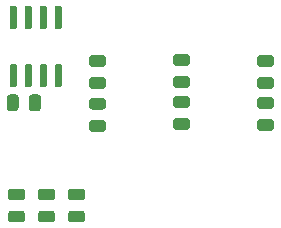
<source format=gbp>
G04 #@! TF.GenerationSoftware,KiCad,Pcbnew,5.1.5+dfsg1-2build2*
G04 #@! TF.CreationDate,2020-05-27T11:23:31-04:00*
G04 #@! TF.ProjectId,pidroponic_uHAT,70696472-6f70-46f6-9e69-635f75484154,1.0*
G04 #@! TF.SameCoordinates,Original*
G04 #@! TF.FileFunction,Paste,Bot*
G04 #@! TF.FilePolarity,Positive*
%FSLAX46Y46*%
G04 Gerber Fmt 4.6, Leading zero omitted, Abs format (unit mm)*
G04 Created by KiCad (PCBNEW 5.1.5+dfsg1-2build2) date 2020-05-27 11:23:31*
%MOMM*%
%LPD*%
G04 APERTURE LIST*
%ADD10C,0.050000*%
G04 APERTURE END LIST*
D10*
G36*
X145642142Y-115466174D02*
G01*
X145665803Y-115469684D01*
X145689007Y-115475496D01*
X145711529Y-115483554D01*
X145733153Y-115493782D01*
X145753670Y-115506079D01*
X145772883Y-115520329D01*
X145790607Y-115536393D01*
X145806671Y-115554117D01*
X145820921Y-115573330D01*
X145833218Y-115593847D01*
X145843446Y-115615471D01*
X145851504Y-115637993D01*
X145857316Y-115661197D01*
X145860826Y-115684858D01*
X145862000Y-115708750D01*
X145862000Y-116196250D01*
X145860826Y-116220142D01*
X145857316Y-116243803D01*
X145851504Y-116267007D01*
X145843446Y-116289529D01*
X145833218Y-116311153D01*
X145820921Y-116331670D01*
X145806671Y-116350883D01*
X145790607Y-116368607D01*
X145772883Y-116384671D01*
X145753670Y-116398921D01*
X145733153Y-116411218D01*
X145711529Y-116421446D01*
X145689007Y-116429504D01*
X145665803Y-116435316D01*
X145642142Y-116438826D01*
X145618250Y-116440000D01*
X144705750Y-116440000D01*
X144681858Y-116438826D01*
X144658197Y-116435316D01*
X144634993Y-116429504D01*
X144612471Y-116421446D01*
X144590847Y-116411218D01*
X144570330Y-116398921D01*
X144551117Y-116384671D01*
X144533393Y-116368607D01*
X144517329Y-116350883D01*
X144503079Y-116331670D01*
X144490782Y-116311153D01*
X144480554Y-116289529D01*
X144472496Y-116267007D01*
X144466684Y-116243803D01*
X144463174Y-116220142D01*
X144462000Y-116196250D01*
X144462000Y-115708750D01*
X144463174Y-115684858D01*
X144466684Y-115661197D01*
X144472496Y-115637993D01*
X144480554Y-115615471D01*
X144490782Y-115593847D01*
X144503079Y-115573330D01*
X144517329Y-115554117D01*
X144533393Y-115536393D01*
X144551117Y-115520329D01*
X144570330Y-115506079D01*
X144590847Y-115493782D01*
X144612471Y-115483554D01*
X144634993Y-115475496D01*
X144658197Y-115469684D01*
X144681858Y-115466174D01*
X144705750Y-115465000D01*
X145618250Y-115465000D01*
X145642142Y-115466174D01*
G37*
G36*
X145642142Y-113591174D02*
G01*
X145665803Y-113594684D01*
X145689007Y-113600496D01*
X145711529Y-113608554D01*
X145733153Y-113618782D01*
X145753670Y-113631079D01*
X145772883Y-113645329D01*
X145790607Y-113661393D01*
X145806671Y-113679117D01*
X145820921Y-113698330D01*
X145833218Y-113718847D01*
X145843446Y-113740471D01*
X145851504Y-113762993D01*
X145857316Y-113786197D01*
X145860826Y-113809858D01*
X145862000Y-113833750D01*
X145862000Y-114321250D01*
X145860826Y-114345142D01*
X145857316Y-114368803D01*
X145851504Y-114392007D01*
X145843446Y-114414529D01*
X145833218Y-114436153D01*
X145820921Y-114456670D01*
X145806671Y-114475883D01*
X145790607Y-114493607D01*
X145772883Y-114509671D01*
X145753670Y-114523921D01*
X145733153Y-114536218D01*
X145711529Y-114546446D01*
X145689007Y-114554504D01*
X145665803Y-114560316D01*
X145642142Y-114563826D01*
X145618250Y-114565000D01*
X144705750Y-114565000D01*
X144681858Y-114563826D01*
X144658197Y-114560316D01*
X144634993Y-114554504D01*
X144612471Y-114546446D01*
X144590847Y-114536218D01*
X144570330Y-114523921D01*
X144551117Y-114509671D01*
X144533393Y-114493607D01*
X144517329Y-114475883D01*
X144503079Y-114456670D01*
X144490782Y-114436153D01*
X144480554Y-114414529D01*
X144472496Y-114392007D01*
X144466684Y-114368803D01*
X144463174Y-114345142D01*
X144462000Y-114321250D01*
X144462000Y-113833750D01*
X144463174Y-113809858D01*
X144466684Y-113786197D01*
X144472496Y-113762993D01*
X144480554Y-113740471D01*
X144490782Y-113718847D01*
X144503079Y-113698330D01*
X144517329Y-113679117D01*
X144533393Y-113661393D01*
X144551117Y-113645329D01*
X144570330Y-113631079D01*
X144590847Y-113618782D01*
X144612471Y-113608554D01*
X144634993Y-113600496D01*
X144658197Y-113594684D01*
X144681858Y-113591174D01*
X144705750Y-113590000D01*
X145618250Y-113590000D01*
X145642142Y-113591174D01*
G37*
G36*
X150722142Y-115466174D02*
G01*
X150745803Y-115469684D01*
X150769007Y-115475496D01*
X150791529Y-115483554D01*
X150813153Y-115493782D01*
X150833670Y-115506079D01*
X150852883Y-115520329D01*
X150870607Y-115536393D01*
X150886671Y-115554117D01*
X150900921Y-115573330D01*
X150913218Y-115593847D01*
X150923446Y-115615471D01*
X150931504Y-115637993D01*
X150937316Y-115661197D01*
X150940826Y-115684858D01*
X150942000Y-115708750D01*
X150942000Y-116196250D01*
X150940826Y-116220142D01*
X150937316Y-116243803D01*
X150931504Y-116267007D01*
X150923446Y-116289529D01*
X150913218Y-116311153D01*
X150900921Y-116331670D01*
X150886671Y-116350883D01*
X150870607Y-116368607D01*
X150852883Y-116384671D01*
X150833670Y-116398921D01*
X150813153Y-116411218D01*
X150791529Y-116421446D01*
X150769007Y-116429504D01*
X150745803Y-116435316D01*
X150722142Y-116438826D01*
X150698250Y-116440000D01*
X149785750Y-116440000D01*
X149761858Y-116438826D01*
X149738197Y-116435316D01*
X149714993Y-116429504D01*
X149692471Y-116421446D01*
X149670847Y-116411218D01*
X149650330Y-116398921D01*
X149631117Y-116384671D01*
X149613393Y-116368607D01*
X149597329Y-116350883D01*
X149583079Y-116331670D01*
X149570782Y-116311153D01*
X149560554Y-116289529D01*
X149552496Y-116267007D01*
X149546684Y-116243803D01*
X149543174Y-116220142D01*
X149542000Y-116196250D01*
X149542000Y-115708750D01*
X149543174Y-115684858D01*
X149546684Y-115661197D01*
X149552496Y-115637993D01*
X149560554Y-115615471D01*
X149570782Y-115593847D01*
X149583079Y-115573330D01*
X149597329Y-115554117D01*
X149613393Y-115536393D01*
X149631117Y-115520329D01*
X149650330Y-115506079D01*
X149670847Y-115493782D01*
X149692471Y-115483554D01*
X149714993Y-115475496D01*
X149738197Y-115469684D01*
X149761858Y-115466174D01*
X149785750Y-115465000D01*
X150698250Y-115465000D01*
X150722142Y-115466174D01*
G37*
G36*
X150722142Y-113591174D02*
G01*
X150745803Y-113594684D01*
X150769007Y-113600496D01*
X150791529Y-113608554D01*
X150813153Y-113618782D01*
X150833670Y-113631079D01*
X150852883Y-113645329D01*
X150870607Y-113661393D01*
X150886671Y-113679117D01*
X150900921Y-113698330D01*
X150913218Y-113718847D01*
X150923446Y-113740471D01*
X150931504Y-113762993D01*
X150937316Y-113786197D01*
X150940826Y-113809858D01*
X150942000Y-113833750D01*
X150942000Y-114321250D01*
X150940826Y-114345142D01*
X150937316Y-114368803D01*
X150931504Y-114392007D01*
X150923446Y-114414529D01*
X150913218Y-114436153D01*
X150900921Y-114456670D01*
X150886671Y-114475883D01*
X150870607Y-114493607D01*
X150852883Y-114509671D01*
X150833670Y-114523921D01*
X150813153Y-114536218D01*
X150791529Y-114546446D01*
X150769007Y-114554504D01*
X150745803Y-114560316D01*
X150722142Y-114563826D01*
X150698250Y-114565000D01*
X149785750Y-114565000D01*
X149761858Y-114563826D01*
X149738197Y-114560316D01*
X149714993Y-114554504D01*
X149692471Y-114546446D01*
X149670847Y-114536218D01*
X149650330Y-114523921D01*
X149631117Y-114509671D01*
X149613393Y-114493607D01*
X149597329Y-114475883D01*
X149583079Y-114456670D01*
X149570782Y-114436153D01*
X149560554Y-114414529D01*
X149552496Y-114392007D01*
X149546684Y-114368803D01*
X149543174Y-114345142D01*
X149542000Y-114321250D01*
X149542000Y-113833750D01*
X149543174Y-113809858D01*
X149546684Y-113786197D01*
X149552496Y-113762993D01*
X149560554Y-113740471D01*
X149570782Y-113718847D01*
X149583079Y-113698330D01*
X149597329Y-113679117D01*
X149613393Y-113661393D01*
X149631117Y-113645329D01*
X149650330Y-113631079D01*
X149670847Y-113618782D01*
X149692471Y-113608554D01*
X149714993Y-113600496D01*
X149738197Y-113594684D01*
X149761858Y-113591174D01*
X149785750Y-113590000D01*
X150698250Y-113590000D01*
X150722142Y-113591174D01*
G37*
G36*
X148182142Y-115466174D02*
G01*
X148205803Y-115469684D01*
X148229007Y-115475496D01*
X148251529Y-115483554D01*
X148273153Y-115493782D01*
X148293670Y-115506079D01*
X148312883Y-115520329D01*
X148330607Y-115536393D01*
X148346671Y-115554117D01*
X148360921Y-115573330D01*
X148373218Y-115593847D01*
X148383446Y-115615471D01*
X148391504Y-115637993D01*
X148397316Y-115661197D01*
X148400826Y-115684858D01*
X148402000Y-115708750D01*
X148402000Y-116196250D01*
X148400826Y-116220142D01*
X148397316Y-116243803D01*
X148391504Y-116267007D01*
X148383446Y-116289529D01*
X148373218Y-116311153D01*
X148360921Y-116331670D01*
X148346671Y-116350883D01*
X148330607Y-116368607D01*
X148312883Y-116384671D01*
X148293670Y-116398921D01*
X148273153Y-116411218D01*
X148251529Y-116421446D01*
X148229007Y-116429504D01*
X148205803Y-116435316D01*
X148182142Y-116438826D01*
X148158250Y-116440000D01*
X147245750Y-116440000D01*
X147221858Y-116438826D01*
X147198197Y-116435316D01*
X147174993Y-116429504D01*
X147152471Y-116421446D01*
X147130847Y-116411218D01*
X147110330Y-116398921D01*
X147091117Y-116384671D01*
X147073393Y-116368607D01*
X147057329Y-116350883D01*
X147043079Y-116331670D01*
X147030782Y-116311153D01*
X147020554Y-116289529D01*
X147012496Y-116267007D01*
X147006684Y-116243803D01*
X147003174Y-116220142D01*
X147002000Y-116196250D01*
X147002000Y-115708750D01*
X147003174Y-115684858D01*
X147006684Y-115661197D01*
X147012496Y-115637993D01*
X147020554Y-115615471D01*
X147030782Y-115593847D01*
X147043079Y-115573330D01*
X147057329Y-115554117D01*
X147073393Y-115536393D01*
X147091117Y-115520329D01*
X147110330Y-115506079D01*
X147130847Y-115493782D01*
X147152471Y-115483554D01*
X147174993Y-115475496D01*
X147198197Y-115469684D01*
X147221858Y-115466174D01*
X147245750Y-115465000D01*
X148158250Y-115465000D01*
X148182142Y-115466174D01*
G37*
G36*
X148182142Y-113591174D02*
G01*
X148205803Y-113594684D01*
X148229007Y-113600496D01*
X148251529Y-113608554D01*
X148273153Y-113618782D01*
X148293670Y-113631079D01*
X148312883Y-113645329D01*
X148330607Y-113661393D01*
X148346671Y-113679117D01*
X148360921Y-113698330D01*
X148373218Y-113718847D01*
X148383446Y-113740471D01*
X148391504Y-113762993D01*
X148397316Y-113786197D01*
X148400826Y-113809858D01*
X148402000Y-113833750D01*
X148402000Y-114321250D01*
X148400826Y-114345142D01*
X148397316Y-114368803D01*
X148391504Y-114392007D01*
X148383446Y-114414529D01*
X148373218Y-114436153D01*
X148360921Y-114456670D01*
X148346671Y-114475883D01*
X148330607Y-114493607D01*
X148312883Y-114509671D01*
X148293670Y-114523921D01*
X148273153Y-114536218D01*
X148251529Y-114546446D01*
X148229007Y-114554504D01*
X148205803Y-114560316D01*
X148182142Y-114563826D01*
X148158250Y-114565000D01*
X147245750Y-114565000D01*
X147221858Y-114563826D01*
X147198197Y-114560316D01*
X147174993Y-114554504D01*
X147152471Y-114546446D01*
X147130847Y-114536218D01*
X147110330Y-114523921D01*
X147091117Y-114509671D01*
X147073393Y-114493607D01*
X147057329Y-114475883D01*
X147043079Y-114456670D01*
X147030782Y-114436153D01*
X147020554Y-114414529D01*
X147012496Y-114392007D01*
X147006684Y-114368803D01*
X147003174Y-114345142D01*
X147002000Y-114321250D01*
X147002000Y-113833750D01*
X147003174Y-113809858D01*
X147006684Y-113786197D01*
X147012496Y-113762993D01*
X147020554Y-113740471D01*
X147030782Y-113718847D01*
X147043079Y-113698330D01*
X147057329Y-113679117D01*
X147073393Y-113661393D01*
X147091117Y-113645329D01*
X147110330Y-113631079D01*
X147130847Y-113618782D01*
X147152471Y-113608554D01*
X147174993Y-113600496D01*
X147198197Y-113594684D01*
X147221858Y-113591174D01*
X147245750Y-113590000D01*
X148158250Y-113590000D01*
X148182142Y-113591174D01*
G37*
G36*
X166724142Y-104163174D02*
G01*
X166747803Y-104166684D01*
X166771007Y-104172496D01*
X166793529Y-104180554D01*
X166815153Y-104190782D01*
X166835670Y-104203079D01*
X166854883Y-104217329D01*
X166872607Y-104233393D01*
X166888671Y-104251117D01*
X166902921Y-104270330D01*
X166915218Y-104290847D01*
X166925446Y-104312471D01*
X166933504Y-104334993D01*
X166939316Y-104358197D01*
X166942826Y-104381858D01*
X166944000Y-104405750D01*
X166944000Y-104893250D01*
X166942826Y-104917142D01*
X166939316Y-104940803D01*
X166933504Y-104964007D01*
X166925446Y-104986529D01*
X166915218Y-105008153D01*
X166902921Y-105028670D01*
X166888671Y-105047883D01*
X166872607Y-105065607D01*
X166854883Y-105081671D01*
X166835670Y-105095921D01*
X166815153Y-105108218D01*
X166793529Y-105118446D01*
X166771007Y-105126504D01*
X166747803Y-105132316D01*
X166724142Y-105135826D01*
X166700250Y-105137000D01*
X165787750Y-105137000D01*
X165763858Y-105135826D01*
X165740197Y-105132316D01*
X165716993Y-105126504D01*
X165694471Y-105118446D01*
X165672847Y-105108218D01*
X165652330Y-105095921D01*
X165633117Y-105081671D01*
X165615393Y-105065607D01*
X165599329Y-105047883D01*
X165585079Y-105028670D01*
X165572782Y-105008153D01*
X165562554Y-104986529D01*
X165554496Y-104964007D01*
X165548684Y-104940803D01*
X165545174Y-104917142D01*
X165544000Y-104893250D01*
X165544000Y-104405750D01*
X165545174Y-104381858D01*
X165548684Y-104358197D01*
X165554496Y-104334993D01*
X165562554Y-104312471D01*
X165572782Y-104290847D01*
X165585079Y-104270330D01*
X165599329Y-104251117D01*
X165615393Y-104233393D01*
X165633117Y-104217329D01*
X165652330Y-104203079D01*
X165672847Y-104190782D01*
X165694471Y-104180554D01*
X165716993Y-104172496D01*
X165740197Y-104166684D01*
X165763858Y-104163174D01*
X165787750Y-104162000D01*
X166700250Y-104162000D01*
X166724142Y-104163174D01*
G37*
G36*
X166724142Y-102288174D02*
G01*
X166747803Y-102291684D01*
X166771007Y-102297496D01*
X166793529Y-102305554D01*
X166815153Y-102315782D01*
X166835670Y-102328079D01*
X166854883Y-102342329D01*
X166872607Y-102358393D01*
X166888671Y-102376117D01*
X166902921Y-102395330D01*
X166915218Y-102415847D01*
X166925446Y-102437471D01*
X166933504Y-102459993D01*
X166939316Y-102483197D01*
X166942826Y-102506858D01*
X166944000Y-102530750D01*
X166944000Y-103018250D01*
X166942826Y-103042142D01*
X166939316Y-103065803D01*
X166933504Y-103089007D01*
X166925446Y-103111529D01*
X166915218Y-103133153D01*
X166902921Y-103153670D01*
X166888671Y-103172883D01*
X166872607Y-103190607D01*
X166854883Y-103206671D01*
X166835670Y-103220921D01*
X166815153Y-103233218D01*
X166793529Y-103243446D01*
X166771007Y-103251504D01*
X166747803Y-103257316D01*
X166724142Y-103260826D01*
X166700250Y-103262000D01*
X165787750Y-103262000D01*
X165763858Y-103260826D01*
X165740197Y-103257316D01*
X165716993Y-103251504D01*
X165694471Y-103243446D01*
X165672847Y-103233218D01*
X165652330Y-103220921D01*
X165633117Y-103206671D01*
X165615393Y-103190607D01*
X165599329Y-103172883D01*
X165585079Y-103153670D01*
X165572782Y-103133153D01*
X165562554Y-103111529D01*
X165554496Y-103089007D01*
X165548684Y-103065803D01*
X165545174Y-103042142D01*
X165544000Y-103018250D01*
X165544000Y-102530750D01*
X165545174Y-102506858D01*
X165548684Y-102483197D01*
X165554496Y-102459993D01*
X165562554Y-102437471D01*
X165572782Y-102415847D01*
X165585079Y-102395330D01*
X165599329Y-102376117D01*
X165615393Y-102358393D01*
X165633117Y-102342329D01*
X165652330Y-102328079D01*
X165672847Y-102315782D01*
X165694471Y-102305554D01*
X165716993Y-102297496D01*
X165740197Y-102291684D01*
X165763858Y-102288174D01*
X165787750Y-102287000D01*
X166700250Y-102287000D01*
X166724142Y-102288174D01*
G37*
G36*
X166724142Y-107719174D02*
G01*
X166747803Y-107722684D01*
X166771007Y-107728496D01*
X166793529Y-107736554D01*
X166815153Y-107746782D01*
X166835670Y-107759079D01*
X166854883Y-107773329D01*
X166872607Y-107789393D01*
X166888671Y-107807117D01*
X166902921Y-107826330D01*
X166915218Y-107846847D01*
X166925446Y-107868471D01*
X166933504Y-107890993D01*
X166939316Y-107914197D01*
X166942826Y-107937858D01*
X166944000Y-107961750D01*
X166944000Y-108449250D01*
X166942826Y-108473142D01*
X166939316Y-108496803D01*
X166933504Y-108520007D01*
X166925446Y-108542529D01*
X166915218Y-108564153D01*
X166902921Y-108584670D01*
X166888671Y-108603883D01*
X166872607Y-108621607D01*
X166854883Y-108637671D01*
X166835670Y-108651921D01*
X166815153Y-108664218D01*
X166793529Y-108674446D01*
X166771007Y-108682504D01*
X166747803Y-108688316D01*
X166724142Y-108691826D01*
X166700250Y-108693000D01*
X165787750Y-108693000D01*
X165763858Y-108691826D01*
X165740197Y-108688316D01*
X165716993Y-108682504D01*
X165694471Y-108674446D01*
X165672847Y-108664218D01*
X165652330Y-108651921D01*
X165633117Y-108637671D01*
X165615393Y-108621607D01*
X165599329Y-108603883D01*
X165585079Y-108584670D01*
X165572782Y-108564153D01*
X165562554Y-108542529D01*
X165554496Y-108520007D01*
X165548684Y-108496803D01*
X165545174Y-108473142D01*
X165544000Y-108449250D01*
X165544000Y-107961750D01*
X165545174Y-107937858D01*
X165548684Y-107914197D01*
X165554496Y-107890993D01*
X165562554Y-107868471D01*
X165572782Y-107846847D01*
X165585079Y-107826330D01*
X165599329Y-107807117D01*
X165615393Y-107789393D01*
X165633117Y-107773329D01*
X165652330Y-107759079D01*
X165672847Y-107746782D01*
X165694471Y-107736554D01*
X165716993Y-107728496D01*
X165740197Y-107722684D01*
X165763858Y-107719174D01*
X165787750Y-107718000D01*
X166700250Y-107718000D01*
X166724142Y-107719174D01*
G37*
G36*
X166724142Y-105844174D02*
G01*
X166747803Y-105847684D01*
X166771007Y-105853496D01*
X166793529Y-105861554D01*
X166815153Y-105871782D01*
X166835670Y-105884079D01*
X166854883Y-105898329D01*
X166872607Y-105914393D01*
X166888671Y-105932117D01*
X166902921Y-105951330D01*
X166915218Y-105971847D01*
X166925446Y-105993471D01*
X166933504Y-106015993D01*
X166939316Y-106039197D01*
X166942826Y-106062858D01*
X166944000Y-106086750D01*
X166944000Y-106574250D01*
X166942826Y-106598142D01*
X166939316Y-106621803D01*
X166933504Y-106645007D01*
X166925446Y-106667529D01*
X166915218Y-106689153D01*
X166902921Y-106709670D01*
X166888671Y-106728883D01*
X166872607Y-106746607D01*
X166854883Y-106762671D01*
X166835670Y-106776921D01*
X166815153Y-106789218D01*
X166793529Y-106799446D01*
X166771007Y-106807504D01*
X166747803Y-106813316D01*
X166724142Y-106816826D01*
X166700250Y-106818000D01*
X165787750Y-106818000D01*
X165763858Y-106816826D01*
X165740197Y-106813316D01*
X165716993Y-106807504D01*
X165694471Y-106799446D01*
X165672847Y-106789218D01*
X165652330Y-106776921D01*
X165633117Y-106762671D01*
X165615393Y-106746607D01*
X165599329Y-106728883D01*
X165585079Y-106709670D01*
X165572782Y-106689153D01*
X165562554Y-106667529D01*
X165554496Y-106645007D01*
X165548684Y-106621803D01*
X165545174Y-106598142D01*
X165544000Y-106574250D01*
X165544000Y-106086750D01*
X165545174Y-106062858D01*
X165548684Y-106039197D01*
X165554496Y-106015993D01*
X165562554Y-105993471D01*
X165572782Y-105971847D01*
X165585079Y-105951330D01*
X165599329Y-105932117D01*
X165615393Y-105914393D01*
X165633117Y-105898329D01*
X165652330Y-105884079D01*
X165672847Y-105871782D01*
X165694471Y-105861554D01*
X165716993Y-105853496D01*
X165740197Y-105847684D01*
X165763858Y-105844174D01*
X165787750Y-105843000D01*
X166700250Y-105843000D01*
X166724142Y-105844174D01*
G37*
G36*
X159612142Y-104084674D02*
G01*
X159635803Y-104088184D01*
X159659007Y-104093996D01*
X159681529Y-104102054D01*
X159703153Y-104112282D01*
X159723670Y-104124579D01*
X159742883Y-104138829D01*
X159760607Y-104154893D01*
X159776671Y-104172617D01*
X159790921Y-104191830D01*
X159803218Y-104212347D01*
X159813446Y-104233971D01*
X159821504Y-104256493D01*
X159827316Y-104279697D01*
X159830826Y-104303358D01*
X159832000Y-104327250D01*
X159832000Y-104814750D01*
X159830826Y-104838642D01*
X159827316Y-104862303D01*
X159821504Y-104885507D01*
X159813446Y-104908029D01*
X159803218Y-104929653D01*
X159790921Y-104950170D01*
X159776671Y-104969383D01*
X159760607Y-104987107D01*
X159742883Y-105003171D01*
X159723670Y-105017421D01*
X159703153Y-105029718D01*
X159681529Y-105039946D01*
X159659007Y-105048004D01*
X159635803Y-105053816D01*
X159612142Y-105057326D01*
X159588250Y-105058500D01*
X158675750Y-105058500D01*
X158651858Y-105057326D01*
X158628197Y-105053816D01*
X158604993Y-105048004D01*
X158582471Y-105039946D01*
X158560847Y-105029718D01*
X158540330Y-105017421D01*
X158521117Y-105003171D01*
X158503393Y-104987107D01*
X158487329Y-104969383D01*
X158473079Y-104950170D01*
X158460782Y-104929653D01*
X158450554Y-104908029D01*
X158442496Y-104885507D01*
X158436684Y-104862303D01*
X158433174Y-104838642D01*
X158432000Y-104814750D01*
X158432000Y-104327250D01*
X158433174Y-104303358D01*
X158436684Y-104279697D01*
X158442496Y-104256493D01*
X158450554Y-104233971D01*
X158460782Y-104212347D01*
X158473079Y-104191830D01*
X158487329Y-104172617D01*
X158503393Y-104154893D01*
X158521117Y-104138829D01*
X158540330Y-104124579D01*
X158560847Y-104112282D01*
X158582471Y-104102054D01*
X158604993Y-104093996D01*
X158628197Y-104088184D01*
X158651858Y-104084674D01*
X158675750Y-104083500D01*
X159588250Y-104083500D01*
X159612142Y-104084674D01*
G37*
G36*
X159612142Y-102209674D02*
G01*
X159635803Y-102213184D01*
X159659007Y-102218996D01*
X159681529Y-102227054D01*
X159703153Y-102237282D01*
X159723670Y-102249579D01*
X159742883Y-102263829D01*
X159760607Y-102279893D01*
X159776671Y-102297617D01*
X159790921Y-102316830D01*
X159803218Y-102337347D01*
X159813446Y-102358971D01*
X159821504Y-102381493D01*
X159827316Y-102404697D01*
X159830826Y-102428358D01*
X159832000Y-102452250D01*
X159832000Y-102939750D01*
X159830826Y-102963642D01*
X159827316Y-102987303D01*
X159821504Y-103010507D01*
X159813446Y-103033029D01*
X159803218Y-103054653D01*
X159790921Y-103075170D01*
X159776671Y-103094383D01*
X159760607Y-103112107D01*
X159742883Y-103128171D01*
X159723670Y-103142421D01*
X159703153Y-103154718D01*
X159681529Y-103164946D01*
X159659007Y-103173004D01*
X159635803Y-103178816D01*
X159612142Y-103182326D01*
X159588250Y-103183500D01*
X158675750Y-103183500D01*
X158651858Y-103182326D01*
X158628197Y-103178816D01*
X158604993Y-103173004D01*
X158582471Y-103164946D01*
X158560847Y-103154718D01*
X158540330Y-103142421D01*
X158521117Y-103128171D01*
X158503393Y-103112107D01*
X158487329Y-103094383D01*
X158473079Y-103075170D01*
X158460782Y-103054653D01*
X158450554Y-103033029D01*
X158442496Y-103010507D01*
X158436684Y-102987303D01*
X158433174Y-102963642D01*
X158432000Y-102939750D01*
X158432000Y-102452250D01*
X158433174Y-102428358D01*
X158436684Y-102404697D01*
X158442496Y-102381493D01*
X158450554Y-102358971D01*
X158460782Y-102337347D01*
X158473079Y-102316830D01*
X158487329Y-102297617D01*
X158503393Y-102279893D01*
X158521117Y-102263829D01*
X158540330Y-102249579D01*
X158560847Y-102237282D01*
X158582471Y-102227054D01*
X158604993Y-102218996D01*
X158628197Y-102213184D01*
X158651858Y-102209674D01*
X158675750Y-102208500D01*
X159588250Y-102208500D01*
X159612142Y-102209674D01*
G37*
G36*
X159612142Y-107640674D02*
G01*
X159635803Y-107644184D01*
X159659007Y-107649996D01*
X159681529Y-107658054D01*
X159703153Y-107668282D01*
X159723670Y-107680579D01*
X159742883Y-107694829D01*
X159760607Y-107710893D01*
X159776671Y-107728617D01*
X159790921Y-107747830D01*
X159803218Y-107768347D01*
X159813446Y-107789971D01*
X159821504Y-107812493D01*
X159827316Y-107835697D01*
X159830826Y-107859358D01*
X159832000Y-107883250D01*
X159832000Y-108370750D01*
X159830826Y-108394642D01*
X159827316Y-108418303D01*
X159821504Y-108441507D01*
X159813446Y-108464029D01*
X159803218Y-108485653D01*
X159790921Y-108506170D01*
X159776671Y-108525383D01*
X159760607Y-108543107D01*
X159742883Y-108559171D01*
X159723670Y-108573421D01*
X159703153Y-108585718D01*
X159681529Y-108595946D01*
X159659007Y-108604004D01*
X159635803Y-108609816D01*
X159612142Y-108613326D01*
X159588250Y-108614500D01*
X158675750Y-108614500D01*
X158651858Y-108613326D01*
X158628197Y-108609816D01*
X158604993Y-108604004D01*
X158582471Y-108595946D01*
X158560847Y-108585718D01*
X158540330Y-108573421D01*
X158521117Y-108559171D01*
X158503393Y-108543107D01*
X158487329Y-108525383D01*
X158473079Y-108506170D01*
X158460782Y-108485653D01*
X158450554Y-108464029D01*
X158442496Y-108441507D01*
X158436684Y-108418303D01*
X158433174Y-108394642D01*
X158432000Y-108370750D01*
X158432000Y-107883250D01*
X158433174Y-107859358D01*
X158436684Y-107835697D01*
X158442496Y-107812493D01*
X158450554Y-107789971D01*
X158460782Y-107768347D01*
X158473079Y-107747830D01*
X158487329Y-107728617D01*
X158503393Y-107710893D01*
X158521117Y-107694829D01*
X158540330Y-107680579D01*
X158560847Y-107668282D01*
X158582471Y-107658054D01*
X158604993Y-107649996D01*
X158628197Y-107644184D01*
X158651858Y-107640674D01*
X158675750Y-107639500D01*
X159588250Y-107639500D01*
X159612142Y-107640674D01*
G37*
G36*
X159612142Y-105765674D02*
G01*
X159635803Y-105769184D01*
X159659007Y-105774996D01*
X159681529Y-105783054D01*
X159703153Y-105793282D01*
X159723670Y-105805579D01*
X159742883Y-105819829D01*
X159760607Y-105835893D01*
X159776671Y-105853617D01*
X159790921Y-105872830D01*
X159803218Y-105893347D01*
X159813446Y-105914971D01*
X159821504Y-105937493D01*
X159827316Y-105960697D01*
X159830826Y-105984358D01*
X159832000Y-106008250D01*
X159832000Y-106495750D01*
X159830826Y-106519642D01*
X159827316Y-106543303D01*
X159821504Y-106566507D01*
X159813446Y-106589029D01*
X159803218Y-106610653D01*
X159790921Y-106631170D01*
X159776671Y-106650383D01*
X159760607Y-106668107D01*
X159742883Y-106684171D01*
X159723670Y-106698421D01*
X159703153Y-106710718D01*
X159681529Y-106720946D01*
X159659007Y-106729004D01*
X159635803Y-106734816D01*
X159612142Y-106738326D01*
X159588250Y-106739500D01*
X158675750Y-106739500D01*
X158651858Y-106738326D01*
X158628197Y-106734816D01*
X158604993Y-106729004D01*
X158582471Y-106720946D01*
X158560847Y-106710718D01*
X158540330Y-106698421D01*
X158521117Y-106684171D01*
X158503393Y-106668107D01*
X158487329Y-106650383D01*
X158473079Y-106631170D01*
X158460782Y-106610653D01*
X158450554Y-106589029D01*
X158442496Y-106566507D01*
X158436684Y-106543303D01*
X158433174Y-106519642D01*
X158432000Y-106495750D01*
X158432000Y-106008250D01*
X158433174Y-105984358D01*
X158436684Y-105960697D01*
X158442496Y-105937493D01*
X158450554Y-105914971D01*
X158460782Y-105893347D01*
X158473079Y-105872830D01*
X158487329Y-105853617D01*
X158503393Y-105835893D01*
X158521117Y-105819829D01*
X158540330Y-105805579D01*
X158560847Y-105793282D01*
X158582471Y-105783054D01*
X158604993Y-105774996D01*
X158628197Y-105769184D01*
X158651858Y-105765674D01*
X158675750Y-105764500D01*
X159588250Y-105764500D01*
X159612142Y-105765674D01*
G37*
G36*
X152500142Y-104163174D02*
G01*
X152523803Y-104166684D01*
X152547007Y-104172496D01*
X152569529Y-104180554D01*
X152591153Y-104190782D01*
X152611670Y-104203079D01*
X152630883Y-104217329D01*
X152648607Y-104233393D01*
X152664671Y-104251117D01*
X152678921Y-104270330D01*
X152691218Y-104290847D01*
X152701446Y-104312471D01*
X152709504Y-104334993D01*
X152715316Y-104358197D01*
X152718826Y-104381858D01*
X152720000Y-104405750D01*
X152720000Y-104893250D01*
X152718826Y-104917142D01*
X152715316Y-104940803D01*
X152709504Y-104964007D01*
X152701446Y-104986529D01*
X152691218Y-105008153D01*
X152678921Y-105028670D01*
X152664671Y-105047883D01*
X152648607Y-105065607D01*
X152630883Y-105081671D01*
X152611670Y-105095921D01*
X152591153Y-105108218D01*
X152569529Y-105118446D01*
X152547007Y-105126504D01*
X152523803Y-105132316D01*
X152500142Y-105135826D01*
X152476250Y-105137000D01*
X151563750Y-105137000D01*
X151539858Y-105135826D01*
X151516197Y-105132316D01*
X151492993Y-105126504D01*
X151470471Y-105118446D01*
X151448847Y-105108218D01*
X151428330Y-105095921D01*
X151409117Y-105081671D01*
X151391393Y-105065607D01*
X151375329Y-105047883D01*
X151361079Y-105028670D01*
X151348782Y-105008153D01*
X151338554Y-104986529D01*
X151330496Y-104964007D01*
X151324684Y-104940803D01*
X151321174Y-104917142D01*
X151320000Y-104893250D01*
X151320000Y-104405750D01*
X151321174Y-104381858D01*
X151324684Y-104358197D01*
X151330496Y-104334993D01*
X151338554Y-104312471D01*
X151348782Y-104290847D01*
X151361079Y-104270330D01*
X151375329Y-104251117D01*
X151391393Y-104233393D01*
X151409117Y-104217329D01*
X151428330Y-104203079D01*
X151448847Y-104190782D01*
X151470471Y-104180554D01*
X151492993Y-104172496D01*
X151516197Y-104166684D01*
X151539858Y-104163174D01*
X151563750Y-104162000D01*
X152476250Y-104162000D01*
X152500142Y-104163174D01*
G37*
G36*
X152500142Y-102288174D02*
G01*
X152523803Y-102291684D01*
X152547007Y-102297496D01*
X152569529Y-102305554D01*
X152591153Y-102315782D01*
X152611670Y-102328079D01*
X152630883Y-102342329D01*
X152648607Y-102358393D01*
X152664671Y-102376117D01*
X152678921Y-102395330D01*
X152691218Y-102415847D01*
X152701446Y-102437471D01*
X152709504Y-102459993D01*
X152715316Y-102483197D01*
X152718826Y-102506858D01*
X152720000Y-102530750D01*
X152720000Y-103018250D01*
X152718826Y-103042142D01*
X152715316Y-103065803D01*
X152709504Y-103089007D01*
X152701446Y-103111529D01*
X152691218Y-103133153D01*
X152678921Y-103153670D01*
X152664671Y-103172883D01*
X152648607Y-103190607D01*
X152630883Y-103206671D01*
X152611670Y-103220921D01*
X152591153Y-103233218D01*
X152569529Y-103243446D01*
X152547007Y-103251504D01*
X152523803Y-103257316D01*
X152500142Y-103260826D01*
X152476250Y-103262000D01*
X151563750Y-103262000D01*
X151539858Y-103260826D01*
X151516197Y-103257316D01*
X151492993Y-103251504D01*
X151470471Y-103243446D01*
X151448847Y-103233218D01*
X151428330Y-103220921D01*
X151409117Y-103206671D01*
X151391393Y-103190607D01*
X151375329Y-103172883D01*
X151361079Y-103153670D01*
X151348782Y-103133153D01*
X151338554Y-103111529D01*
X151330496Y-103089007D01*
X151324684Y-103065803D01*
X151321174Y-103042142D01*
X151320000Y-103018250D01*
X151320000Y-102530750D01*
X151321174Y-102506858D01*
X151324684Y-102483197D01*
X151330496Y-102459993D01*
X151338554Y-102437471D01*
X151348782Y-102415847D01*
X151361079Y-102395330D01*
X151375329Y-102376117D01*
X151391393Y-102358393D01*
X151409117Y-102342329D01*
X151428330Y-102328079D01*
X151448847Y-102315782D01*
X151470471Y-102305554D01*
X151492993Y-102297496D01*
X151516197Y-102291684D01*
X151539858Y-102288174D01*
X151563750Y-102287000D01*
X152476250Y-102287000D01*
X152500142Y-102288174D01*
G37*
G36*
X152500142Y-107797674D02*
G01*
X152523803Y-107801184D01*
X152547007Y-107806996D01*
X152569529Y-107815054D01*
X152591153Y-107825282D01*
X152611670Y-107837579D01*
X152630883Y-107851829D01*
X152648607Y-107867893D01*
X152664671Y-107885617D01*
X152678921Y-107904830D01*
X152691218Y-107925347D01*
X152701446Y-107946971D01*
X152709504Y-107969493D01*
X152715316Y-107992697D01*
X152718826Y-108016358D01*
X152720000Y-108040250D01*
X152720000Y-108527750D01*
X152718826Y-108551642D01*
X152715316Y-108575303D01*
X152709504Y-108598507D01*
X152701446Y-108621029D01*
X152691218Y-108642653D01*
X152678921Y-108663170D01*
X152664671Y-108682383D01*
X152648607Y-108700107D01*
X152630883Y-108716171D01*
X152611670Y-108730421D01*
X152591153Y-108742718D01*
X152569529Y-108752946D01*
X152547007Y-108761004D01*
X152523803Y-108766816D01*
X152500142Y-108770326D01*
X152476250Y-108771500D01*
X151563750Y-108771500D01*
X151539858Y-108770326D01*
X151516197Y-108766816D01*
X151492993Y-108761004D01*
X151470471Y-108752946D01*
X151448847Y-108742718D01*
X151428330Y-108730421D01*
X151409117Y-108716171D01*
X151391393Y-108700107D01*
X151375329Y-108682383D01*
X151361079Y-108663170D01*
X151348782Y-108642653D01*
X151338554Y-108621029D01*
X151330496Y-108598507D01*
X151324684Y-108575303D01*
X151321174Y-108551642D01*
X151320000Y-108527750D01*
X151320000Y-108040250D01*
X151321174Y-108016358D01*
X151324684Y-107992697D01*
X151330496Y-107969493D01*
X151338554Y-107946971D01*
X151348782Y-107925347D01*
X151361079Y-107904830D01*
X151375329Y-107885617D01*
X151391393Y-107867893D01*
X151409117Y-107851829D01*
X151428330Y-107837579D01*
X151448847Y-107825282D01*
X151470471Y-107815054D01*
X151492993Y-107806996D01*
X151516197Y-107801184D01*
X151539858Y-107797674D01*
X151563750Y-107796500D01*
X152476250Y-107796500D01*
X152500142Y-107797674D01*
G37*
G36*
X152500142Y-105922674D02*
G01*
X152523803Y-105926184D01*
X152547007Y-105931996D01*
X152569529Y-105940054D01*
X152591153Y-105950282D01*
X152611670Y-105962579D01*
X152630883Y-105976829D01*
X152648607Y-105992893D01*
X152664671Y-106010617D01*
X152678921Y-106029830D01*
X152691218Y-106050347D01*
X152701446Y-106071971D01*
X152709504Y-106094493D01*
X152715316Y-106117697D01*
X152718826Y-106141358D01*
X152720000Y-106165250D01*
X152720000Y-106652750D01*
X152718826Y-106676642D01*
X152715316Y-106700303D01*
X152709504Y-106723507D01*
X152701446Y-106746029D01*
X152691218Y-106767653D01*
X152678921Y-106788170D01*
X152664671Y-106807383D01*
X152648607Y-106825107D01*
X152630883Y-106841171D01*
X152611670Y-106855421D01*
X152591153Y-106867718D01*
X152569529Y-106877946D01*
X152547007Y-106886004D01*
X152523803Y-106891816D01*
X152500142Y-106895326D01*
X152476250Y-106896500D01*
X151563750Y-106896500D01*
X151539858Y-106895326D01*
X151516197Y-106891816D01*
X151492993Y-106886004D01*
X151470471Y-106877946D01*
X151448847Y-106867718D01*
X151428330Y-106855421D01*
X151409117Y-106841171D01*
X151391393Y-106825107D01*
X151375329Y-106807383D01*
X151361079Y-106788170D01*
X151348782Y-106767653D01*
X151338554Y-106746029D01*
X151330496Y-106723507D01*
X151324684Y-106700303D01*
X151321174Y-106676642D01*
X151320000Y-106652750D01*
X151320000Y-106165250D01*
X151321174Y-106141358D01*
X151324684Y-106117697D01*
X151330496Y-106094493D01*
X151338554Y-106071971D01*
X151348782Y-106050347D01*
X151361079Y-106029830D01*
X151375329Y-106010617D01*
X151391393Y-105992893D01*
X151409117Y-105976829D01*
X151428330Y-105962579D01*
X151448847Y-105950282D01*
X151470471Y-105940054D01*
X151492993Y-105931996D01*
X151516197Y-105926184D01*
X151539858Y-105922674D01*
X151563750Y-105921500D01*
X152476250Y-105921500D01*
X152500142Y-105922674D01*
G37*
G36*
X146987142Y-105619174D02*
G01*
X147010803Y-105622684D01*
X147034007Y-105628496D01*
X147056529Y-105636554D01*
X147078153Y-105646782D01*
X147098670Y-105659079D01*
X147117883Y-105673329D01*
X147135607Y-105689393D01*
X147151671Y-105707117D01*
X147165921Y-105726330D01*
X147178218Y-105746847D01*
X147188446Y-105768471D01*
X147196504Y-105790993D01*
X147202316Y-105814197D01*
X147205826Y-105837858D01*
X147207000Y-105861750D01*
X147207000Y-106774250D01*
X147205826Y-106798142D01*
X147202316Y-106821803D01*
X147196504Y-106845007D01*
X147188446Y-106867529D01*
X147178218Y-106889153D01*
X147165921Y-106909670D01*
X147151671Y-106928883D01*
X147135607Y-106946607D01*
X147117883Y-106962671D01*
X147098670Y-106976921D01*
X147078153Y-106989218D01*
X147056529Y-106999446D01*
X147034007Y-107007504D01*
X147010803Y-107013316D01*
X146987142Y-107016826D01*
X146963250Y-107018000D01*
X146475750Y-107018000D01*
X146451858Y-107016826D01*
X146428197Y-107013316D01*
X146404993Y-107007504D01*
X146382471Y-106999446D01*
X146360847Y-106989218D01*
X146340330Y-106976921D01*
X146321117Y-106962671D01*
X146303393Y-106946607D01*
X146287329Y-106928883D01*
X146273079Y-106909670D01*
X146260782Y-106889153D01*
X146250554Y-106867529D01*
X146242496Y-106845007D01*
X146236684Y-106821803D01*
X146233174Y-106798142D01*
X146232000Y-106774250D01*
X146232000Y-105861750D01*
X146233174Y-105837858D01*
X146236684Y-105814197D01*
X146242496Y-105790993D01*
X146250554Y-105768471D01*
X146260782Y-105746847D01*
X146273079Y-105726330D01*
X146287329Y-105707117D01*
X146303393Y-105689393D01*
X146321117Y-105673329D01*
X146340330Y-105659079D01*
X146360847Y-105646782D01*
X146382471Y-105636554D01*
X146404993Y-105628496D01*
X146428197Y-105622684D01*
X146451858Y-105619174D01*
X146475750Y-105618000D01*
X146963250Y-105618000D01*
X146987142Y-105619174D01*
G37*
G36*
X145112142Y-105619174D02*
G01*
X145135803Y-105622684D01*
X145159007Y-105628496D01*
X145181529Y-105636554D01*
X145203153Y-105646782D01*
X145223670Y-105659079D01*
X145242883Y-105673329D01*
X145260607Y-105689393D01*
X145276671Y-105707117D01*
X145290921Y-105726330D01*
X145303218Y-105746847D01*
X145313446Y-105768471D01*
X145321504Y-105790993D01*
X145327316Y-105814197D01*
X145330826Y-105837858D01*
X145332000Y-105861750D01*
X145332000Y-106774250D01*
X145330826Y-106798142D01*
X145327316Y-106821803D01*
X145321504Y-106845007D01*
X145313446Y-106867529D01*
X145303218Y-106889153D01*
X145290921Y-106909670D01*
X145276671Y-106928883D01*
X145260607Y-106946607D01*
X145242883Y-106962671D01*
X145223670Y-106976921D01*
X145203153Y-106989218D01*
X145181529Y-106999446D01*
X145159007Y-107007504D01*
X145135803Y-107013316D01*
X145112142Y-107016826D01*
X145088250Y-107018000D01*
X144600750Y-107018000D01*
X144576858Y-107016826D01*
X144553197Y-107013316D01*
X144529993Y-107007504D01*
X144507471Y-106999446D01*
X144485847Y-106989218D01*
X144465330Y-106976921D01*
X144446117Y-106962671D01*
X144428393Y-106946607D01*
X144412329Y-106928883D01*
X144398079Y-106909670D01*
X144385782Y-106889153D01*
X144375554Y-106867529D01*
X144367496Y-106845007D01*
X144361684Y-106821803D01*
X144358174Y-106798142D01*
X144357000Y-106774250D01*
X144357000Y-105861750D01*
X144358174Y-105837858D01*
X144361684Y-105814197D01*
X144367496Y-105790993D01*
X144375554Y-105768471D01*
X144385782Y-105746847D01*
X144398079Y-105726330D01*
X144412329Y-105707117D01*
X144428393Y-105689393D01*
X144446117Y-105673329D01*
X144465330Y-105659079D01*
X144485847Y-105646782D01*
X144507471Y-105636554D01*
X144529993Y-105628496D01*
X144553197Y-105622684D01*
X144576858Y-105619174D01*
X144600750Y-105618000D01*
X145088250Y-105618000D01*
X145112142Y-105619174D01*
G37*
G36*
X145041703Y-103068722D02*
G01*
X145056264Y-103070882D01*
X145070543Y-103074459D01*
X145084403Y-103079418D01*
X145097710Y-103085712D01*
X145110336Y-103093280D01*
X145122159Y-103102048D01*
X145133066Y-103111934D01*
X145142952Y-103122841D01*
X145151720Y-103134664D01*
X145159288Y-103147290D01*
X145165582Y-103160597D01*
X145170541Y-103174457D01*
X145174118Y-103188736D01*
X145176278Y-103203297D01*
X145177000Y-103218000D01*
X145177000Y-104868000D01*
X145176278Y-104882703D01*
X145174118Y-104897264D01*
X145170541Y-104911543D01*
X145165582Y-104925403D01*
X145159288Y-104938710D01*
X145151720Y-104951336D01*
X145142952Y-104963159D01*
X145133066Y-104974066D01*
X145122159Y-104983952D01*
X145110336Y-104992720D01*
X145097710Y-105000288D01*
X145084403Y-105006582D01*
X145070543Y-105011541D01*
X145056264Y-105015118D01*
X145041703Y-105017278D01*
X145027000Y-105018000D01*
X144727000Y-105018000D01*
X144712297Y-105017278D01*
X144697736Y-105015118D01*
X144683457Y-105011541D01*
X144669597Y-105006582D01*
X144656290Y-105000288D01*
X144643664Y-104992720D01*
X144631841Y-104983952D01*
X144620934Y-104974066D01*
X144611048Y-104963159D01*
X144602280Y-104951336D01*
X144594712Y-104938710D01*
X144588418Y-104925403D01*
X144583459Y-104911543D01*
X144579882Y-104897264D01*
X144577722Y-104882703D01*
X144577000Y-104868000D01*
X144577000Y-103218000D01*
X144577722Y-103203297D01*
X144579882Y-103188736D01*
X144583459Y-103174457D01*
X144588418Y-103160597D01*
X144594712Y-103147290D01*
X144602280Y-103134664D01*
X144611048Y-103122841D01*
X144620934Y-103111934D01*
X144631841Y-103102048D01*
X144643664Y-103093280D01*
X144656290Y-103085712D01*
X144669597Y-103079418D01*
X144683457Y-103074459D01*
X144697736Y-103070882D01*
X144712297Y-103068722D01*
X144727000Y-103068000D01*
X145027000Y-103068000D01*
X145041703Y-103068722D01*
G37*
G36*
X146311703Y-103068722D02*
G01*
X146326264Y-103070882D01*
X146340543Y-103074459D01*
X146354403Y-103079418D01*
X146367710Y-103085712D01*
X146380336Y-103093280D01*
X146392159Y-103102048D01*
X146403066Y-103111934D01*
X146412952Y-103122841D01*
X146421720Y-103134664D01*
X146429288Y-103147290D01*
X146435582Y-103160597D01*
X146440541Y-103174457D01*
X146444118Y-103188736D01*
X146446278Y-103203297D01*
X146447000Y-103218000D01*
X146447000Y-104868000D01*
X146446278Y-104882703D01*
X146444118Y-104897264D01*
X146440541Y-104911543D01*
X146435582Y-104925403D01*
X146429288Y-104938710D01*
X146421720Y-104951336D01*
X146412952Y-104963159D01*
X146403066Y-104974066D01*
X146392159Y-104983952D01*
X146380336Y-104992720D01*
X146367710Y-105000288D01*
X146354403Y-105006582D01*
X146340543Y-105011541D01*
X146326264Y-105015118D01*
X146311703Y-105017278D01*
X146297000Y-105018000D01*
X145997000Y-105018000D01*
X145982297Y-105017278D01*
X145967736Y-105015118D01*
X145953457Y-105011541D01*
X145939597Y-105006582D01*
X145926290Y-105000288D01*
X145913664Y-104992720D01*
X145901841Y-104983952D01*
X145890934Y-104974066D01*
X145881048Y-104963159D01*
X145872280Y-104951336D01*
X145864712Y-104938710D01*
X145858418Y-104925403D01*
X145853459Y-104911543D01*
X145849882Y-104897264D01*
X145847722Y-104882703D01*
X145847000Y-104868000D01*
X145847000Y-103218000D01*
X145847722Y-103203297D01*
X145849882Y-103188736D01*
X145853459Y-103174457D01*
X145858418Y-103160597D01*
X145864712Y-103147290D01*
X145872280Y-103134664D01*
X145881048Y-103122841D01*
X145890934Y-103111934D01*
X145901841Y-103102048D01*
X145913664Y-103093280D01*
X145926290Y-103085712D01*
X145939597Y-103079418D01*
X145953457Y-103074459D01*
X145967736Y-103070882D01*
X145982297Y-103068722D01*
X145997000Y-103068000D01*
X146297000Y-103068000D01*
X146311703Y-103068722D01*
G37*
G36*
X147581703Y-103068722D02*
G01*
X147596264Y-103070882D01*
X147610543Y-103074459D01*
X147624403Y-103079418D01*
X147637710Y-103085712D01*
X147650336Y-103093280D01*
X147662159Y-103102048D01*
X147673066Y-103111934D01*
X147682952Y-103122841D01*
X147691720Y-103134664D01*
X147699288Y-103147290D01*
X147705582Y-103160597D01*
X147710541Y-103174457D01*
X147714118Y-103188736D01*
X147716278Y-103203297D01*
X147717000Y-103218000D01*
X147717000Y-104868000D01*
X147716278Y-104882703D01*
X147714118Y-104897264D01*
X147710541Y-104911543D01*
X147705582Y-104925403D01*
X147699288Y-104938710D01*
X147691720Y-104951336D01*
X147682952Y-104963159D01*
X147673066Y-104974066D01*
X147662159Y-104983952D01*
X147650336Y-104992720D01*
X147637710Y-105000288D01*
X147624403Y-105006582D01*
X147610543Y-105011541D01*
X147596264Y-105015118D01*
X147581703Y-105017278D01*
X147567000Y-105018000D01*
X147267000Y-105018000D01*
X147252297Y-105017278D01*
X147237736Y-105015118D01*
X147223457Y-105011541D01*
X147209597Y-105006582D01*
X147196290Y-105000288D01*
X147183664Y-104992720D01*
X147171841Y-104983952D01*
X147160934Y-104974066D01*
X147151048Y-104963159D01*
X147142280Y-104951336D01*
X147134712Y-104938710D01*
X147128418Y-104925403D01*
X147123459Y-104911543D01*
X147119882Y-104897264D01*
X147117722Y-104882703D01*
X147117000Y-104868000D01*
X147117000Y-103218000D01*
X147117722Y-103203297D01*
X147119882Y-103188736D01*
X147123459Y-103174457D01*
X147128418Y-103160597D01*
X147134712Y-103147290D01*
X147142280Y-103134664D01*
X147151048Y-103122841D01*
X147160934Y-103111934D01*
X147171841Y-103102048D01*
X147183664Y-103093280D01*
X147196290Y-103085712D01*
X147209597Y-103079418D01*
X147223457Y-103074459D01*
X147237736Y-103070882D01*
X147252297Y-103068722D01*
X147267000Y-103068000D01*
X147567000Y-103068000D01*
X147581703Y-103068722D01*
G37*
G36*
X148851703Y-103068722D02*
G01*
X148866264Y-103070882D01*
X148880543Y-103074459D01*
X148894403Y-103079418D01*
X148907710Y-103085712D01*
X148920336Y-103093280D01*
X148932159Y-103102048D01*
X148943066Y-103111934D01*
X148952952Y-103122841D01*
X148961720Y-103134664D01*
X148969288Y-103147290D01*
X148975582Y-103160597D01*
X148980541Y-103174457D01*
X148984118Y-103188736D01*
X148986278Y-103203297D01*
X148987000Y-103218000D01*
X148987000Y-104868000D01*
X148986278Y-104882703D01*
X148984118Y-104897264D01*
X148980541Y-104911543D01*
X148975582Y-104925403D01*
X148969288Y-104938710D01*
X148961720Y-104951336D01*
X148952952Y-104963159D01*
X148943066Y-104974066D01*
X148932159Y-104983952D01*
X148920336Y-104992720D01*
X148907710Y-105000288D01*
X148894403Y-105006582D01*
X148880543Y-105011541D01*
X148866264Y-105015118D01*
X148851703Y-105017278D01*
X148837000Y-105018000D01*
X148537000Y-105018000D01*
X148522297Y-105017278D01*
X148507736Y-105015118D01*
X148493457Y-105011541D01*
X148479597Y-105006582D01*
X148466290Y-105000288D01*
X148453664Y-104992720D01*
X148441841Y-104983952D01*
X148430934Y-104974066D01*
X148421048Y-104963159D01*
X148412280Y-104951336D01*
X148404712Y-104938710D01*
X148398418Y-104925403D01*
X148393459Y-104911543D01*
X148389882Y-104897264D01*
X148387722Y-104882703D01*
X148387000Y-104868000D01*
X148387000Y-103218000D01*
X148387722Y-103203297D01*
X148389882Y-103188736D01*
X148393459Y-103174457D01*
X148398418Y-103160597D01*
X148404712Y-103147290D01*
X148412280Y-103134664D01*
X148421048Y-103122841D01*
X148430934Y-103111934D01*
X148441841Y-103102048D01*
X148453664Y-103093280D01*
X148466290Y-103085712D01*
X148479597Y-103079418D01*
X148493457Y-103074459D01*
X148507736Y-103070882D01*
X148522297Y-103068722D01*
X148537000Y-103068000D01*
X148837000Y-103068000D01*
X148851703Y-103068722D01*
G37*
G36*
X148851703Y-98118722D02*
G01*
X148866264Y-98120882D01*
X148880543Y-98124459D01*
X148894403Y-98129418D01*
X148907710Y-98135712D01*
X148920336Y-98143280D01*
X148932159Y-98152048D01*
X148943066Y-98161934D01*
X148952952Y-98172841D01*
X148961720Y-98184664D01*
X148969288Y-98197290D01*
X148975582Y-98210597D01*
X148980541Y-98224457D01*
X148984118Y-98238736D01*
X148986278Y-98253297D01*
X148987000Y-98268000D01*
X148987000Y-99918000D01*
X148986278Y-99932703D01*
X148984118Y-99947264D01*
X148980541Y-99961543D01*
X148975582Y-99975403D01*
X148969288Y-99988710D01*
X148961720Y-100001336D01*
X148952952Y-100013159D01*
X148943066Y-100024066D01*
X148932159Y-100033952D01*
X148920336Y-100042720D01*
X148907710Y-100050288D01*
X148894403Y-100056582D01*
X148880543Y-100061541D01*
X148866264Y-100065118D01*
X148851703Y-100067278D01*
X148837000Y-100068000D01*
X148537000Y-100068000D01*
X148522297Y-100067278D01*
X148507736Y-100065118D01*
X148493457Y-100061541D01*
X148479597Y-100056582D01*
X148466290Y-100050288D01*
X148453664Y-100042720D01*
X148441841Y-100033952D01*
X148430934Y-100024066D01*
X148421048Y-100013159D01*
X148412280Y-100001336D01*
X148404712Y-99988710D01*
X148398418Y-99975403D01*
X148393459Y-99961543D01*
X148389882Y-99947264D01*
X148387722Y-99932703D01*
X148387000Y-99918000D01*
X148387000Y-98268000D01*
X148387722Y-98253297D01*
X148389882Y-98238736D01*
X148393459Y-98224457D01*
X148398418Y-98210597D01*
X148404712Y-98197290D01*
X148412280Y-98184664D01*
X148421048Y-98172841D01*
X148430934Y-98161934D01*
X148441841Y-98152048D01*
X148453664Y-98143280D01*
X148466290Y-98135712D01*
X148479597Y-98129418D01*
X148493457Y-98124459D01*
X148507736Y-98120882D01*
X148522297Y-98118722D01*
X148537000Y-98118000D01*
X148837000Y-98118000D01*
X148851703Y-98118722D01*
G37*
G36*
X147581703Y-98118722D02*
G01*
X147596264Y-98120882D01*
X147610543Y-98124459D01*
X147624403Y-98129418D01*
X147637710Y-98135712D01*
X147650336Y-98143280D01*
X147662159Y-98152048D01*
X147673066Y-98161934D01*
X147682952Y-98172841D01*
X147691720Y-98184664D01*
X147699288Y-98197290D01*
X147705582Y-98210597D01*
X147710541Y-98224457D01*
X147714118Y-98238736D01*
X147716278Y-98253297D01*
X147717000Y-98268000D01*
X147717000Y-99918000D01*
X147716278Y-99932703D01*
X147714118Y-99947264D01*
X147710541Y-99961543D01*
X147705582Y-99975403D01*
X147699288Y-99988710D01*
X147691720Y-100001336D01*
X147682952Y-100013159D01*
X147673066Y-100024066D01*
X147662159Y-100033952D01*
X147650336Y-100042720D01*
X147637710Y-100050288D01*
X147624403Y-100056582D01*
X147610543Y-100061541D01*
X147596264Y-100065118D01*
X147581703Y-100067278D01*
X147567000Y-100068000D01*
X147267000Y-100068000D01*
X147252297Y-100067278D01*
X147237736Y-100065118D01*
X147223457Y-100061541D01*
X147209597Y-100056582D01*
X147196290Y-100050288D01*
X147183664Y-100042720D01*
X147171841Y-100033952D01*
X147160934Y-100024066D01*
X147151048Y-100013159D01*
X147142280Y-100001336D01*
X147134712Y-99988710D01*
X147128418Y-99975403D01*
X147123459Y-99961543D01*
X147119882Y-99947264D01*
X147117722Y-99932703D01*
X147117000Y-99918000D01*
X147117000Y-98268000D01*
X147117722Y-98253297D01*
X147119882Y-98238736D01*
X147123459Y-98224457D01*
X147128418Y-98210597D01*
X147134712Y-98197290D01*
X147142280Y-98184664D01*
X147151048Y-98172841D01*
X147160934Y-98161934D01*
X147171841Y-98152048D01*
X147183664Y-98143280D01*
X147196290Y-98135712D01*
X147209597Y-98129418D01*
X147223457Y-98124459D01*
X147237736Y-98120882D01*
X147252297Y-98118722D01*
X147267000Y-98118000D01*
X147567000Y-98118000D01*
X147581703Y-98118722D01*
G37*
G36*
X146311703Y-98118722D02*
G01*
X146326264Y-98120882D01*
X146340543Y-98124459D01*
X146354403Y-98129418D01*
X146367710Y-98135712D01*
X146380336Y-98143280D01*
X146392159Y-98152048D01*
X146403066Y-98161934D01*
X146412952Y-98172841D01*
X146421720Y-98184664D01*
X146429288Y-98197290D01*
X146435582Y-98210597D01*
X146440541Y-98224457D01*
X146444118Y-98238736D01*
X146446278Y-98253297D01*
X146447000Y-98268000D01*
X146447000Y-99918000D01*
X146446278Y-99932703D01*
X146444118Y-99947264D01*
X146440541Y-99961543D01*
X146435582Y-99975403D01*
X146429288Y-99988710D01*
X146421720Y-100001336D01*
X146412952Y-100013159D01*
X146403066Y-100024066D01*
X146392159Y-100033952D01*
X146380336Y-100042720D01*
X146367710Y-100050288D01*
X146354403Y-100056582D01*
X146340543Y-100061541D01*
X146326264Y-100065118D01*
X146311703Y-100067278D01*
X146297000Y-100068000D01*
X145997000Y-100068000D01*
X145982297Y-100067278D01*
X145967736Y-100065118D01*
X145953457Y-100061541D01*
X145939597Y-100056582D01*
X145926290Y-100050288D01*
X145913664Y-100042720D01*
X145901841Y-100033952D01*
X145890934Y-100024066D01*
X145881048Y-100013159D01*
X145872280Y-100001336D01*
X145864712Y-99988710D01*
X145858418Y-99975403D01*
X145853459Y-99961543D01*
X145849882Y-99947264D01*
X145847722Y-99932703D01*
X145847000Y-99918000D01*
X145847000Y-98268000D01*
X145847722Y-98253297D01*
X145849882Y-98238736D01*
X145853459Y-98224457D01*
X145858418Y-98210597D01*
X145864712Y-98197290D01*
X145872280Y-98184664D01*
X145881048Y-98172841D01*
X145890934Y-98161934D01*
X145901841Y-98152048D01*
X145913664Y-98143280D01*
X145926290Y-98135712D01*
X145939597Y-98129418D01*
X145953457Y-98124459D01*
X145967736Y-98120882D01*
X145982297Y-98118722D01*
X145997000Y-98118000D01*
X146297000Y-98118000D01*
X146311703Y-98118722D01*
G37*
G36*
X145041703Y-98118722D02*
G01*
X145056264Y-98120882D01*
X145070543Y-98124459D01*
X145084403Y-98129418D01*
X145097710Y-98135712D01*
X145110336Y-98143280D01*
X145122159Y-98152048D01*
X145133066Y-98161934D01*
X145142952Y-98172841D01*
X145151720Y-98184664D01*
X145159288Y-98197290D01*
X145165582Y-98210597D01*
X145170541Y-98224457D01*
X145174118Y-98238736D01*
X145176278Y-98253297D01*
X145177000Y-98268000D01*
X145177000Y-99918000D01*
X145176278Y-99932703D01*
X145174118Y-99947264D01*
X145170541Y-99961543D01*
X145165582Y-99975403D01*
X145159288Y-99988710D01*
X145151720Y-100001336D01*
X145142952Y-100013159D01*
X145133066Y-100024066D01*
X145122159Y-100033952D01*
X145110336Y-100042720D01*
X145097710Y-100050288D01*
X145084403Y-100056582D01*
X145070543Y-100061541D01*
X145056264Y-100065118D01*
X145041703Y-100067278D01*
X145027000Y-100068000D01*
X144727000Y-100068000D01*
X144712297Y-100067278D01*
X144697736Y-100065118D01*
X144683457Y-100061541D01*
X144669597Y-100056582D01*
X144656290Y-100050288D01*
X144643664Y-100042720D01*
X144631841Y-100033952D01*
X144620934Y-100024066D01*
X144611048Y-100013159D01*
X144602280Y-100001336D01*
X144594712Y-99988710D01*
X144588418Y-99975403D01*
X144583459Y-99961543D01*
X144579882Y-99947264D01*
X144577722Y-99932703D01*
X144577000Y-99918000D01*
X144577000Y-98268000D01*
X144577722Y-98253297D01*
X144579882Y-98238736D01*
X144583459Y-98224457D01*
X144588418Y-98210597D01*
X144594712Y-98197290D01*
X144602280Y-98184664D01*
X144611048Y-98172841D01*
X144620934Y-98161934D01*
X144631841Y-98152048D01*
X144643664Y-98143280D01*
X144656290Y-98135712D01*
X144669597Y-98129418D01*
X144683457Y-98124459D01*
X144697736Y-98120882D01*
X144712297Y-98118722D01*
X144727000Y-98118000D01*
X145027000Y-98118000D01*
X145041703Y-98118722D01*
G37*
M02*

</source>
